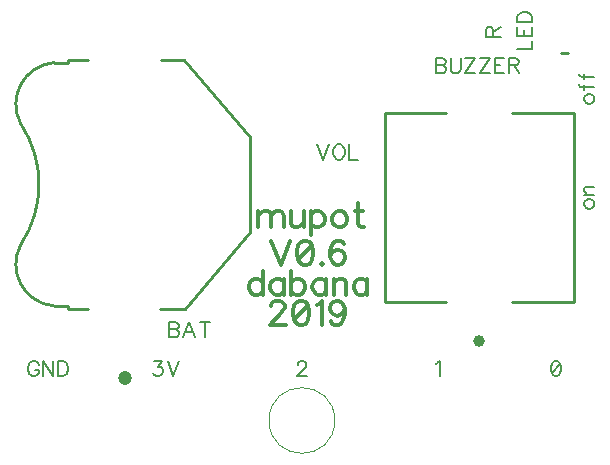
<source format=gbr>
G04 DipTrace 3.3.1.1*
G04 TopSilk.gbr*
%MOIN*%
G04 #@! TF.FileFunction,Legend,Top*
G04 #@! TF.Part,Single*
%ADD10C,0.009843*%
%ADD15C,0.003937*%
%ADD18C,0.047293*%
%ADD23C,0.03937*%
%ADD66C,0.00772*%
%ADD67C,0.012351*%
%FSLAX26Y26*%
G04*
G70*
G90*
G75*
G01*
G04 TopSilk*
%LPD*%
X2260827Y1856152D2*
D10*
X2284449D1*
X684394Y1001993D2*
X619229D1*
Y1011800D2*
X570063D1*
X619229Y1001993D2*
Y1011800D1*
X684394Y1832649D2*
X619229D1*
D18*
X806607Y771658D3*
X460727Y1216598D2*
D10*
G03X460727Y1618171I-302824J200787D01*
G01*
X619229Y1822842D2*
X570063D1*
X619229D2*
Y1832649D1*
X1007485Y1001993D2*
X1224441Y1259902D1*
Y1574741D1*
X924917Y1001993D2*
X1007485D1*
X1224441Y1574741D2*
X1005456Y1832649D1*
X926868D2*
X1005456D1*
X570999Y1011800D2*
G02X460727Y1216598I12279J138698D01*
G01*
X570999Y1822842D2*
G03X460727Y1618171I12195J-138612D01*
G01*
D23*
X1988220Y895651D3*
X1673228Y1653509D2*
D10*
X1877953D1*
X1673228Y1023589D2*
X1877953D1*
X2098425D2*
X2303150D1*
X2098425Y1653509D2*
X2303150D1*
X1673228Y1023589D2*
Y1653509D1*
X2303150Y1023589D2*
Y1653509D1*
X1288189Y629923D2*
D15*
G02X1288189Y629923I109449J0D01*
G01*
X2114916Y1866976D2*
D66*
X2165156D1*
Y1895661D1*
X2114916Y1942162D2*
Y1911101D1*
X2165156Y1911100D1*
Y1942162D1*
X2138848Y1911101D2*
Y1930224D1*
X2114916Y1957601D2*
X2165156D1*
Y1974348D1*
X2162724Y1981533D1*
X2157971Y1986341D1*
X2153163Y1988718D1*
X2146033Y1991095D1*
X2134039D1*
X2126854Y1988718D1*
X2122101Y1986341D1*
X2117293Y1981533D1*
X2114916Y1974348D1*
Y1957601D1*
X520183Y816207D2*
X517807Y820961D1*
X512998Y825769D1*
X508245Y828146D1*
X498684D1*
X493875Y825769D1*
X489122Y820961D1*
X486690Y816207D1*
X484314Y809022D1*
Y797029D1*
X486690Y789899D1*
X489122Y785091D1*
X493875Y780338D1*
X498684Y777906D1*
X508245D1*
X512998Y780338D1*
X517807Y785091D1*
X520183Y789899D1*
Y797029D1*
X508245D1*
X569116Y828146D2*
Y777906D1*
X535623Y828146D1*
Y777906D1*
X584555Y828146D2*
Y777906D1*
X601302D1*
X608487Y780338D1*
X613295Y785091D1*
X615672Y789899D1*
X618049Y797029D1*
Y809022D1*
X615672Y816207D1*
X613295Y820961D1*
X608487Y825769D1*
X601302Y828146D1*
X584555D1*
X906101Y828090D2*
X932354D1*
X918039Y808967D1*
X925224D1*
X929977Y806591D1*
X932354Y804214D1*
X934786Y797029D1*
Y792276D1*
X932354Y785091D1*
X927601Y780282D1*
X920416Y777906D1*
X913231D1*
X906101Y780282D1*
X903724Y782714D1*
X901292Y787467D1*
X950225Y828146D2*
X969348Y777906D1*
X988471Y828146D1*
X1383323Y816152D2*
Y818529D1*
X1385700Y823337D1*
X1388076Y825714D1*
X1392885Y828090D1*
X1402446D1*
X1407199Y825714D1*
X1409576Y823337D1*
X1412008Y818529D1*
Y813776D1*
X1409576Y808967D1*
X1404823Y801837D1*
X1380891Y777906D1*
X1414384D1*
X1844397Y818529D2*
X1849205Y820961D1*
X1856390Y828090D1*
Y777906D1*
X2241718Y828090D2*
X2234533Y825714D1*
X2229724Y818529D1*
X2227348Y806591D1*
Y799405D1*
X2229724Y787467D1*
X2234533Y780282D1*
X2241718Y777906D1*
X2246471D1*
X2253656Y780282D1*
X2258409Y787467D1*
X2260841Y799405D1*
Y806591D1*
X2258409Y818529D1*
X2253656Y825714D1*
X2246471Y828090D1*
X2241718D1*
X2258409Y818529D2*
X2229724Y787467D1*
X953655Y957378D2*
Y907138D1*
X975210D1*
X982396Y909570D1*
X984772Y911946D1*
X987149Y916700D1*
Y923885D1*
X984772Y928693D1*
X982396Y931070D1*
X975210Y933446D1*
X982396Y935878D1*
X984772Y938255D1*
X987149Y943008D1*
Y947816D1*
X984772Y952569D1*
X982396Y955001D1*
X975210Y957378D1*
X953655D1*
Y933446D2*
X975210D1*
X1040890Y907138D2*
X1021711Y957378D1*
X1002588Y907138D1*
X1009773Y923885D2*
X1033705D1*
X1073076Y957378D2*
Y907138D1*
X1056329Y957378D2*
X1089822D1*
X1844077Y1837693D2*
Y1787453D1*
X1865633D1*
X1872818Y1789885D1*
X1875194Y1792261D1*
X1877571Y1797015D1*
Y1804200D1*
X1875194Y1809008D1*
X1872818Y1811385D1*
X1865633Y1813761D1*
X1872818Y1816193D1*
X1875194Y1818570D1*
X1877571Y1823323D1*
Y1828131D1*
X1875194Y1832884D1*
X1872818Y1835316D1*
X1865633Y1837693D1*
X1844077D1*
Y1813761D2*
X1865633D1*
X1893010Y1837693D2*
Y1801823D1*
X1895387Y1794638D1*
X1900195Y1789885D1*
X1907380Y1787453D1*
X1912133D1*
X1919318Y1789885D1*
X1924127Y1794638D1*
X1926503Y1801823D1*
Y1837693D1*
X1941943D2*
X1975436D1*
X1941943Y1787453D1*
X1975436D1*
X1990875Y1837693D2*
X2024369D1*
X1990875Y1787453D1*
X2024369D1*
X2070869Y1837693D2*
X2039808D1*
Y1787453D1*
X2070869D1*
X2039808Y1813761D2*
X2058931D1*
X2086308D2*
X2107808D1*
X2114993Y1816193D1*
X2117425Y1818570D1*
X2119802Y1823323D1*
Y1828131D1*
X2117425Y1832884D1*
X2114993Y1835316D1*
X2107808Y1837693D1*
X2086308D1*
Y1787453D1*
X2103055Y1813761D2*
X2119802Y1787453D1*
X2034911Y1909141D2*
Y1930640D1*
X2032479Y1937825D1*
X2030102Y1940257D1*
X2025349Y1942634D1*
X2020541D1*
X2015788Y1940257D1*
X2013356Y1937825D1*
X2010979Y1930640D1*
Y1909141D1*
X2061219D1*
X2034911Y1925887D2*
X2061219Y1942634D1*
X1448360Y1550094D2*
X1467484Y1499854D1*
X1486607Y1550094D1*
X1516416D2*
X1511608Y1547718D1*
X1506854Y1542909D1*
X1504423Y1538156D1*
X1502046Y1530971D1*
Y1518978D1*
X1504423Y1511848D1*
X1506854Y1507040D1*
X1511608Y1502286D1*
X1516416Y1499854D1*
X1525978D1*
X1530731Y1502286D1*
X1535539Y1507040D1*
X1537916Y1511848D1*
X1540293Y1518978D1*
Y1530971D1*
X1537916Y1538156D1*
X1535539Y1542909D1*
X1530731Y1547718D1*
X1525978Y1550094D1*
X1516416D1*
X1555732D2*
Y1499854D1*
X1584417D1*
X1252345Y1327464D2*
D67*
Y1273874D1*
Y1312165D2*
X1263841Y1323661D1*
X1271535Y1327464D1*
X1282942D1*
X1290636Y1323661D1*
X1294438Y1312165D1*
Y1273874D1*
Y1312165D2*
X1305934Y1323661D1*
X1313628Y1327464D1*
X1325035D1*
X1332729Y1323661D1*
X1336620Y1312165D1*
Y1273874D1*
X1361323Y1327464D2*
Y1289173D1*
X1365125Y1277765D1*
X1372819Y1273874D1*
X1384315D1*
X1391920Y1277765D1*
X1403416Y1289173D1*
Y1327464D2*
Y1273874D1*
X1428119Y1327464D2*
Y1247080D1*
Y1315968D2*
X1435812Y1323573D1*
X1443417Y1327464D1*
X1454914D1*
X1462607Y1323573D1*
X1470212Y1315968D1*
X1474103Y1304472D1*
Y1296778D1*
X1470212Y1285371D1*
X1462607Y1277677D1*
X1454914Y1273874D1*
X1443417D1*
X1435812Y1277677D1*
X1428119Y1285371D1*
X1517907Y1327464D2*
X1510302Y1323661D1*
X1502608Y1315968D1*
X1498806Y1304472D1*
Y1296867D1*
X1502608Y1285371D1*
X1510302Y1277765D1*
X1517907Y1273874D1*
X1529403D1*
X1537097Y1277765D1*
X1544702Y1285371D1*
X1548593Y1296867D1*
Y1304472D1*
X1544702Y1315968D1*
X1537097Y1323661D1*
X1529403Y1327464D1*
X1517907D1*
X1584792Y1354258D2*
Y1289173D1*
X1588594Y1277765D1*
X1596288Y1273874D1*
X1603893D1*
X1573295Y1327464D2*
X1600090D1*
X1296096Y1229257D2*
X1326693Y1148873D1*
X1357290Y1229257D1*
X1404985Y1229169D2*
X1393489Y1225366D1*
X1385795Y1213870D1*
X1381993Y1194769D1*
Y1183273D1*
X1385795Y1164172D1*
X1393489Y1152676D1*
X1404985Y1148873D1*
X1412590D1*
X1424086Y1152676D1*
X1431691Y1164172D1*
X1435582Y1183273D1*
Y1194769D1*
X1431691Y1213870D1*
X1424086Y1225366D1*
X1412590Y1229169D1*
X1404985D1*
X1431691Y1213870D2*
X1385795Y1164172D1*
X1464088Y1156567D2*
X1460285Y1152676D1*
X1464088Y1148873D1*
X1467979Y1152676D1*
X1464088Y1156567D1*
X1538577Y1217761D2*
X1534775Y1225366D1*
X1523279Y1229169D1*
X1515673D1*
X1504177Y1225366D1*
X1496484Y1213870D1*
X1492681Y1194769D1*
Y1175668D1*
X1496484Y1160369D1*
X1504177Y1152676D1*
X1515673Y1148873D1*
X1519476D1*
X1530884Y1152676D1*
X1538577Y1160369D1*
X1542380Y1171865D1*
Y1175668D1*
X1538577Y1187164D1*
X1530884Y1194769D1*
X1519476Y1198572D1*
X1515673D1*
X1504177Y1194769D1*
X1496484Y1187164D1*
X1492681Y1175668D1*
X1266991Y1129258D2*
Y1048874D1*
Y1090968D2*
X1259386Y1098661D1*
X1251693Y1102464D1*
X1240197D1*
X1232592Y1098661D1*
X1224898Y1090968D1*
X1221096Y1079472D1*
Y1071867D1*
X1224898Y1060371D1*
X1232592Y1052765D1*
X1240197Y1048874D1*
X1251693D1*
X1259386Y1052765D1*
X1266991Y1060371D1*
X1337590Y1102464D2*
Y1048874D1*
Y1090968D2*
X1329985Y1098661D1*
X1322291Y1102464D1*
X1310884D1*
X1303190Y1098661D1*
X1295585Y1090968D1*
X1291694Y1079472D1*
Y1071867D1*
X1295585Y1060371D1*
X1303190Y1052765D1*
X1310884Y1048874D1*
X1322291D1*
X1329985Y1052765D1*
X1337590Y1060371D1*
X1362293Y1129258D2*
Y1048874D1*
Y1090968D2*
X1369986Y1098661D1*
X1377591Y1102464D1*
X1389088D1*
X1396693Y1098661D1*
X1404386Y1090968D1*
X1408189Y1079472D1*
Y1071867D1*
X1404386Y1060371D1*
X1396693Y1052765D1*
X1389088Y1048874D1*
X1377591D1*
X1369986Y1052765D1*
X1362293Y1060371D1*
X1478787Y1102464D2*
Y1048874D1*
Y1090968D2*
X1471182Y1098661D1*
X1463489Y1102464D1*
X1452081D1*
X1444388Y1098661D1*
X1436782Y1090968D1*
X1432891Y1079472D1*
Y1071867D1*
X1436782Y1060371D1*
X1444388Y1052765D1*
X1452081Y1048874D1*
X1463489D1*
X1471182Y1052765D1*
X1478787Y1060371D1*
X1503490Y1102464D2*
Y1048874D1*
Y1087165D2*
X1514986Y1098661D1*
X1522680Y1102464D1*
X1534087D1*
X1541781Y1098661D1*
X1545583Y1087165D1*
Y1048874D1*
X1616182Y1102464D2*
Y1048874D1*
Y1090968D2*
X1608577Y1098661D1*
X1600883Y1102464D1*
X1589476D1*
X1581782Y1098661D1*
X1574177Y1090968D1*
X1570286Y1079472D1*
Y1071867D1*
X1574177Y1060371D1*
X1581782Y1052765D1*
X1589476Y1048874D1*
X1600883D1*
X1608577Y1052765D1*
X1616182Y1060371D1*
X1293736Y1010069D2*
Y1013871D1*
X1297539Y1021565D1*
X1301341Y1025368D1*
X1309035Y1029170D1*
X1324333D1*
X1331938Y1025368D1*
X1335741Y1021565D1*
X1339632Y1013871D1*
Y1006266D1*
X1335741Y998573D1*
X1328136Y987165D1*
X1289845Y948874D1*
X1343434D1*
X1391129Y1029170D2*
X1379633Y1025368D1*
X1371940Y1013871D1*
X1368137Y994770D1*
Y983274D1*
X1371940Y964173D1*
X1379633Y952677D1*
X1391129Y948874D1*
X1398734D1*
X1410230Y952677D1*
X1417835Y964173D1*
X1421726Y983274D1*
Y994770D1*
X1417835Y1013871D1*
X1410230Y1025368D1*
X1398734Y1029170D1*
X1391129D1*
X1417835Y1013871D2*
X1371940Y964173D1*
X1446429Y1013871D2*
X1454123Y1017762D1*
X1465619Y1029170D1*
Y948874D1*
X1540108Y1002464D2*
X1536217Y990968D1*
X1528612Y983274D1*
X1517116Y979472D1*
X1513314D1*
X1501818Y983274D1*
X1494213Y990968D1*
X1490322Y1002464D1*
Y1006266D1*
X1494213Y1017762D1*
X1501818Y1025368D1*
X1513314Y1029170D1*
X1517116D1*
X1528612Y1025368D1*
X1536217Y1017762D1*
X1540108Y1002464D1*
Y983274D1*
X1536217Y964173D1*
X1528612Y952677D1*
X1517116Y948874D1*
X1509511D1*
X1498015Y952677D1*
X1494213Y960371D1*
X2338632Y1348251D2*
D66*
X2341008Y1343498D1*
X2345817Y1338689D1*
X2353002Y1336313D1*
X2357755D1*
X2364940Y1338689D1*
X2369693Y1343498D1*
X2372125Y1348251D1*
Y1355436D1*
X2369693Y1360244D1*
X2364940Y1364998D1*
X2357755Y1367429D1*
X2353002D1*
X2345817Y1364998D1*
X2341009Y1360244D1*
X2338632Y1355436D1*
Y1348251D1*
Y1382869D2*
X2372125D1*
X2348194D2*
X2341009Y1390054D1*
X2338632Y1394862D1*
Y1401992D1*
X2341009Y1406800D1*
X2348194Y1409177D1*
X2372125D1*
X2338632Y1698251D2*
X2341008Y1693498D1*
X2345817Y1688689D1*
X2353002Y1686313D1*
X2357755D1*
X2364940Y1688689D1*
X2369693Y1693498D1*
X2372125Y1698251D1*
Y1705436D1*
X2369693Y1710244D1*
X2364940Y1714998D1*
X2357755Y1717429D1*
X2353002D1*
X2345817Y1714998D1*
X2341009Y1710244D1*
X2338632Y1705436D1*
Y1698251D1*
X2321885Y1751992D2*
Y1747239D1*
X2324262Y1742430D1*
X2331447Y1740054D1*
X2372125D1*
X2338632Y1732869D2*
Y1749615D1*
X2321885Y1786554D2*
Y1781801D1*
X2324262Y1776993D1*
X2331447Y1774616D1*
X2372125D1*
X2338632Y1767431D2*
Y1784178D1*
M02*

</source>
